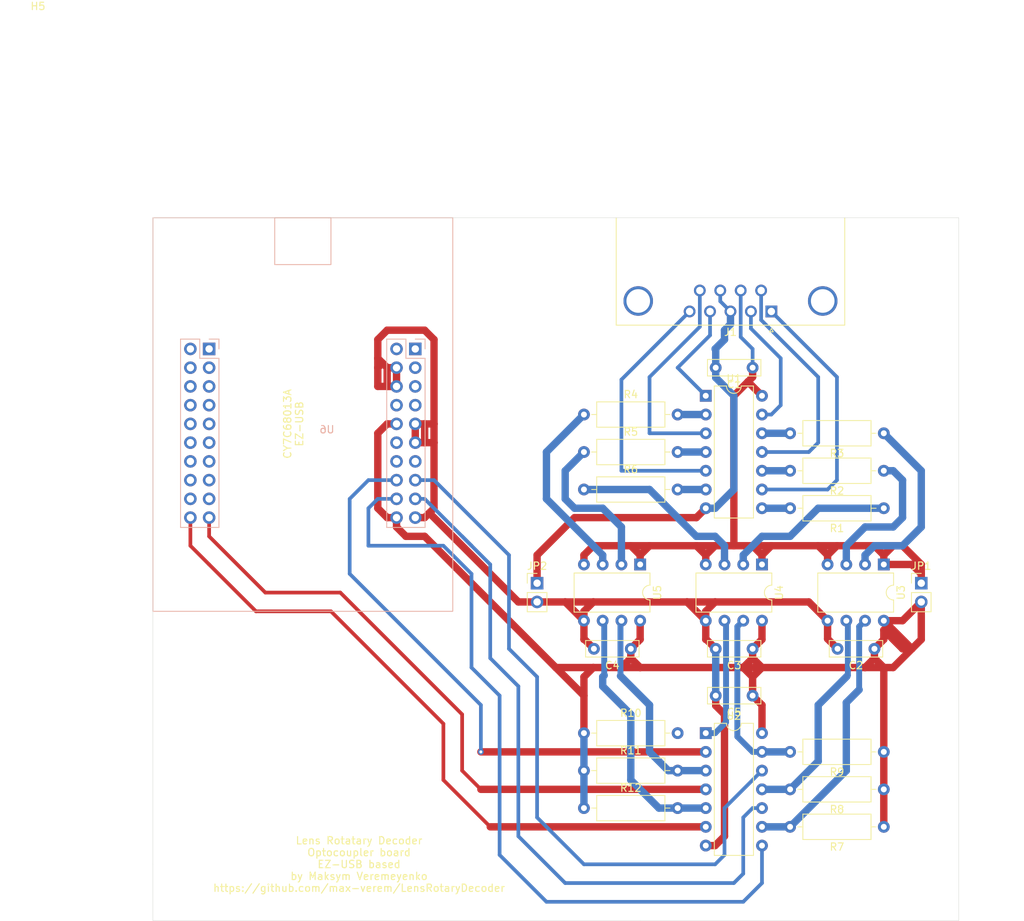
<source format=kicad_pcb>
(kicad_pcb (version 20211014) (generator pcbnew)
  (layers (0 "F.Cu" signal) (31 "B.Cu" signal) (34 "B.Paste" user) (35 "F.Paste" user) (36 "B.SilkS" user "B.Silkscreen") (37 "F.SilkS" user "F.Silkscreen") (38 "B.Mask" user) (39 "F.Mask" user) (44 "Edge.Cuts" user))
  (net 0 "")
  (net 1 "/PWR")
  (net 2 "Net-(C2-Pad1)")
  (net 3 "/GND")
  (net 4 "Net-(C2-Pad2)")
  (net 6 "/ZOOM_A")
  (net 7 "/FOCUS_B")
  (net 8 "/IRIS_A")
  (net 9 "/ZOOM_B")
  (net 10 "/FOCUS_A")
  (net 11 "Net-(R1-Pad1)")
  (net 12 "Net-(R1-Pad2)")
  (net 13 "Net-(R2-Pad2)")
  (net 14 "Net-(R2-Pad1)")
  (net 15 "Net-(R3-Pad1)")
  (net 16 "Net-(R3-Pad2)")
  (net 17 "Net-(R4-Pad2)")
  (net 18 "Net-(R4-Pad1)")
  (net 19 "Net-(R5-Pad1)")
  (net 20 "Net-(R5-Pad2)")
  (net 21 "Net-(R6-Pad2)")
  (net 22 "Net-(R6-Pad1)")
  (net 23 "Net-(R7-Pad2)")
  (net 24 "Net-(R8-Pad2)")
  (net 25 "Net-(R9-Pad2)")
  (net 26 "Net-(R10-Pad2)")
  (net 27 "Net-(R11-Pad2)")
  (net 28 "Net-(R12-Pad2)")
  (net 29 "/IRIS_B")
  (net 30 "/OUT_ZOOM_B")
  (net 31 "/OUT_IRIS_B")
  (net 32 "/OUT_IRIS_A")
  (net 33 "/OUT_FOCUS_B")
  (net 34 "/OUT_FOCUS_A")
  (net 35 "/OUT_ZOOM_A")
  (footprint "Capacitor_THT:C_Rect_L7.0mm_W2.0mm_P5.00mm" (layer "F.Cu") (at 100.33 86.36 180)
    (fp_text reference "C3")
    (fp_text value "100nF")
  )
  (footprint "Capacitor_THT:C_Rect_L7.0mm_W2.0mm_P5.00mm" (layer "F.Cu") (at 100.33 92.71 180)
    (fp_text reference "C5")
    (fp_text value "100nF")
  )
  (footprint "Connector_Dsub:DSUB-9_Male_Horizontal_P2.77x2.84mm_EdgePinOffset9.90mm_Housed_MountingHolesOffset11.32mm" (layer "F.Cu") (at 102.87 40.64 180)
    (fp_text reference "J1")
    (fp_text value "DB9_Male_MountingHoles")
  )
  (footprint "Connector_PinHeader_2.54mm:PinHeader_1x02_P2.54mm_Vertical" (layer "F.Cu") (at 123.19 77.47)
    (fp_text reference "JP1")
    (fp_text value "Jumper_2_Open")
  )
  (footprint "Connector_PinHeader_2.54mm:PinHeader_1x02_P2.54mm_Vertical" (layer "F.Cu") (at 71.12 77.47)
    (fp_text reference "JP2")
    (fp_text value "Jumper_2_Open")
  )
  (footprint "Resistor_THT:R_Axial_DIN0309_L9.0mm_D3.2mm_P12.70mm_Horizontal" (layer "F.Cu") (at 118.11 67.31 180)
    (fp_text reference "R1")
    (fp_text value "360")
  )
  (footprint "Resistor_THT:R_Axial_DIN0309_L9.0mm_D3.2mm_P12.70mm_Horizontal" (layer "F.Cu") (at 118.11 62.23 180)
    (fp_text reference "R2")
    (fp_text value "360")
  )
  (footprint "Resistor_THT:R_Axial_DIN0309_L9.0mm_D3.2mm_P12.70mm_Horizontal" (layer "F.Cu") (at 118.11 57.15 180)
    (fp_text reference "R3")
    (fp_text value "360")
  )
  (footprint "Resistor_THT:R_Axial_DIN0309_L9.0mm_D3.2mm_P12.70mm_Horizontal" (layer "F.Cu") (at 77.47 54.61)
    (fp_text reference "R4")
    (fp_text value "360")
  )
  (footprint "Resistor_THT:R_Axial_DIN0309_L9.0mm_D3.2mm_P12.70mm_Horizontal" (layer "F.Cu") (at 77.47 59.69)
    (fp_text reference "R5")
    (fp_text value "360")
  )
  (footprint "Resistor_THT:R_Axial_DIN0309_L9.0mm_D3.2mm_P12.70mm_Horizontal" (layer "F.Cu") (at 77.47 64.77)
    (fp_text reference "R6")
    (fp_text value "360")
  )
  (footprint "Resistor_THT:R_Axial_DIN0309_L9.0mm_D3.2mm_P12.70mm_Horizontal" (layer "F.Cu") (at 118.11 105.41 180)
    (fp_text reference "R8")
    (fp_text value "1k")
  )
  (footprint "Resistor_THT:R_Axial_DIN0309_L9.0mm_D3.2mm_P12.70mm_Horizontal" (layer "F.Cu") (at 118.11 100.33 180)
    (fp_text reference "R9")
    (fp_text value "1k")
  )
  (footprint "Resistor_THT:R_Axial_DIN0309_L9.0mm_D3.2mm_P12.70mm_Horizontal" (layer "F.Cu") (at 77.47 97.79)
    (fp_text reference "R10")
    (fp_text value "1k")
  )
  (footprint "Resistor_THT:R_Axial_DIN0309_L9.0mm_D3.2mm_P12.70mm_Horizontal" (layer "F.Cu") (at 77.47 102.87)
    (fp_text reference "R11")
    (fp_text value "1k")
  )
  (footprint "Resistor_THT:R_Axial_DIN0309_L9.0mm_D3.2mm_P12.70mm_Horizontal" (layer "F.Cu") (at 77.47 107.95)
    (fp_text reference "R12")
    (fp_text value "1k")
  )
  (footprint "Package_DIP:DIP-14_W7.62mm" (layer "F.Cu") (at 93.98 52.07)
    (fp_text reference "U1")
    (fp_text value "74AHC04")
  )
  (footprint "Package_DIP:DIP-14_W7.62mm" (layer "F.Cu") (at 93.98 97.79)
    (fp_text reference "U2")
    (fp_text value "74AHC04")
  )
  (footprint "Package_DIP:DIP-8_W7.62mm" (layer "F.Cu") (at 118.11 74.93 -90)
    (fp_text reference "U3")
    (fp_text value "HCPL-2630")
  )
  (footprint "Package_DIP:DIP-8_W7.62mm" (layer "F.Cu") (at 101.6 74.93 -90)
    (fp_text reference "U4")
    (fp_text value "HCPL-2630")
  )
  (footprint "Package_DIP:DIP-8_W7.62mm" (layer "F.Cu") (at 85.09 74.93 -90)
    (fp_text reference "U5")
    (fp_text value "HCPL-2630")
  )
  (footprint "Capacitor_THT:C_Rect_L7.0mm_W2.0mm_P5.00mm" (layer "F.Cu") (at 100.33 48.26 180)
    (fp_text reference "C1")
    (fp_text value "100nF")
  )
  (footprint "Capacitor_THT:C_Rect_L7.0mm_W2.0mm_P5.00mm" (layer "F.Cu") (at 116.84 86.36 180)
    (fp_text reference "C2")
    (fp_text value "100nF")
  )
  (footprint "Resistor_THT:R_Axial_DIN0309_L9.0mm_D3.2mm_P12.70mm_Horizontal" (layer "F.Cu") (at 118.11 110.49 180)
    (fp_text reference "R7")
    (fp_text value "1k")
  )
  (footprint "Capacitor_THT:C_Rect_L7.0mm_W2.0mm_P5.00mm" (layer "F.Cu") (at 83.82 86.36 180)
    (fp_text reference "C4")
    (fp_text value "100nF")
  )
  (footprint "MountingHole:MountingHole_3.2mm_M3" (layer "F.Cu") (at 22.86 116.84)
    (fp_text reference "H1" hide)
    (fp_text value "MountingHole" hide)
  )
  (footprint "MountingHole:MountingHole_3.2mm_M3" (layer "F.Cu") (at 124.46 31.75)
    (fp_text reference "H2" hide)
    (fp_text value "MountingHole" hide)
  )
  (footprint "MountingHole:MountingHole_3.2mm_M3" (layer "F.Cu") (at 69.85 31.75)
    (fp_text reference "H3" hide)
    (fp_text value "MountingHole" hide)
  )
  (footprint "MountingHole:MountingHole_3.2mm_M3" (layer "F.Cu") (at 124.46 116.84)
    (fp_text reference "H4" hide)
    (fp_text value "MountingHole" hide)
  )
  (footprint "MountingHole:MountingHole_3.2mm_M3" (layer "F.Cu") (at 57.15 33.02)
    (fp_text reference "H6" hide)
    (fp_text value "MountingHole" hide)
  )
  (footprint "MountingHole:MountingHole_3.2mm_M3" (layer "F.Cu") (at 57.15 78.74)
    (fp_text reference "H7" hide)
    (fp_text value "MountingHole" hide)
  )
  (footprint "MountingHole:MountingHole_3.2mm_M3" (layer "F.Cu") (at 22.86 31.75)
    (fp_text reference "H8" hide)
    (fp_text value "MountingHole" hide)
  )
  (footprint "MountingHole:MountingHole_3.2mm_M3" (layer "F.Cu") (at 69.85 68.58)
    (fp_text reference "H9" hide)
    (fp_text value "MountingHole")
  )
  (footprint "MountingHole:MountingHole_3.2mm_M3" (layer "F.Cu") (at 21.59 78.74)
    (fp_text reference "H10" hide)
    (fp_text value "MountingHole" hide)
  )
  (footprint "MountingHole:MountingHole_3.2mm_M3" (layer "F.Cu") (at 3.475 3.475)
    (fp_text reference "H5")
    (fp_text value "MountingHole")
  )
  (footprint "LensRotaryDecoder:CY7C68013A_EZ-USB_FX2LP" (layer "B.Cu") (at 42.64 57.145 180)
    (fp_text reference "U6")
    (fp_text value "CY7C68013A_EZ-USB_FX2LP")
  )
  (gr_line (start 19.05 123.19) (end 19.05 115.57) (layer "Edge.Cuts") (width 0.05))
  (gr_line (start 128.27 123.19) (end 85.09 123.19) (layer "Edge.Cuts") (width 0.05))
  (gr_line (start 128.27 27.94) (end 128.27 123.19) (layer "Edge.Cuts") (width 0.05))
  (gr_line (start 85.09 123.19) (end 19.05 123.19) (layer "Edge.Cuts") (width 0.05))
  (gr_line (start 19.05 27.94) (end 128.27 27.94) (layer "Edge.Cuts") (width 0.05))
  (gr_line (start 19.05 27.94) (end 19.05 115.57) (layer "Edge.Cuts") (width 0.05))
  (gr_text "CY7C68013A\nEZ-USB" (at 38.1 55.88 90) (layer "F.SilkS") (effects (font (size 1 1))))
  (gr_text "Lens Rotatary Decoder\nOptocoupler board\nEZ-USB based\nby Maksym Veremeyenko\nhttps://github.com/max-verem/LensRotaryDecoder\n" (at 46.99 115.57) (layer "F.SilkS") (effects (font (size 1 1))))
  (segment (start 101.6 73.66) (end 102.87 72.39) (width 1) (layer "F.Cu") (net 1))
  (segment (start 93.98 73.66) (end 95.25 72.39) (width 1) (layer "F.Cu") (net 1))
  (segment (start 85.09 73.66) (end 83.82 72.39) (width 1) (layer "F.Cu") (net 1))
  (segment (start 85.09 73.66) (end 86.36 72.39) (width 1) (layer "F.Cu") (net 1))
  (segment (start 100.33 49.53) (end 100.33 48.26) (width 1) (layer "F.Cu") (net 1))
  (segment (start 109.22 72.39) (end 111.76 72.39) (width 1) (layer "F.Cu") (net 1))
  (segment (start 85.09 74.93) (end 85.09 73.66) (width 1) (layer "F.Cu") (net 1))
  (segment (start 119.38 72.39) (end 120.65 72.39) (width 1) (layer "F.Cu") (net 1))
  (segment (start 101.6 52.07) (end 99.695 50.165) (width 1) (layer "F.Cu") (net 1))
  (segment (start 111.76 72.39) (end 116.84 72.39) (width 1) (layer "F.Cu") (net 1))
  (segment (start 121.92 74.93) (end 123.19 76.2) (width 1) (layer "F.Cu") (net 1))
  (segment (start 110.49 74.93) (end 110.49 73.66) (width 1) (layer "F.Cu") (net 1))
  (segment (start 95.25 72.39) (end 97.79 72.39) (width 1) (layer "F.Cu") (net 1))
  (segment (start 110.49 73.66) (end 111.76 72.39) (width 1) (layer "F.Cu") (net 1))
  (segment (start 97.79 72.39) (end 100.33 72.39) (width 1) (layer "F.Cu") (net 1))
  (segment (start 101.6 73.66) (end 100.33 72.39) (width 1) (layer "F.Cu") (net 1))
  (segment (start 101.6 74.93) (end 101.6 73.66) (width 1) (layer "F.Cu") (net 1))
  (segment (start 92.71 72.39) (end 93.98 73.66) (width 1) (layer "F.Cu") (net 1))
  (segment (start 123.19 76.2) (end 123.19 77.47) (width 1) (layer "F.Cu") (net 1))
  (segment (start 77.47 73.66) (end 78.74 72.39) (width 1) (layer "F.Cu") (net 1))
  (segment (start 78.74 72.39) (end 86.36 72.39) (width 1) (layer "F.Cu") (net 1))
  (segment (start 93.98 74.93) (end 93.98 73.66) (width 1) (layer "F.Cu") (net 1))
  (segment (start 97.79 72.39) (end 97.79 52.07) (width 1) (layer "F.Cu") (net 1))
  (segment (start 123.19 74.93) (end 123.19 76.2) (width 1) (layer "F.Cu") (net 1))
  (segment (start 92.71 72.39) (end 95.25 72.39) (width 1) (layer "F.Cu") (net 1))
  (segment (start 109.22 72.39) (end 110.49 73.66) (width 1) (layer "F.Cu") (net 1))
  (segment (start 86.36 72.39) (end 92.71 72.39) (width 1) (layer "F.Cu") (net 1))
  (segment (start 77.47 74.93) (end 77.47 73.66) (width 1) (layer "F.Cu") (net 1))
  (segment (start 102.87 72.39) (end 109.22 72.39) (width 1) (layer "F.Cu") (net 1))
  (segment (start 118.11 74.93) (end 118.11 73.66) (width 1) (layer "F.Cu") (net 1))
  (segment (start 118.11 74.93) (end 121.92 74.93) (width 1) (layer "F.Cu") (net 1))
  (segment (start 100.33 72.39) (end 102.87 72.39) (width 1) (layer "F.Cu") (net 1))
  (segment (start 99.695 50.165) (end 100.33 49.53) (width 1) (layer "F.Cu") (net 1))
  (segment (start 97.79 52.07) (end 99.695 50.165) (width 1) (layer "F.Cu") (net 1))
  (segment (start 120.65 72.39) (end 123.19 74.93) (width 1) (layer "F.Cu") (net 1))
  (segment (start 118.11 73.66) (end 119.38 72.39) (width 1) (layer "F.Cu") (net 1))
  (segment (start 118.11 73.66) (end 116.84 72.39) (width 1) (layer "F.Cu") (net 1))
  (segment (start 116.84 72.39) (end 119.38 72.39) (width 1) (layer "F.Cu") (net 1))
  (segment (start 98.715 44.105) (end 100.33 45.72) (width 0.5) (layer "B.Cu") (net 1))
  (segment (start 100.33 45.72) (end 100.33 48.26) (width 0.5) (layer "B.Cu") (net 1))
  (segment (start 98.715 37.8) (end 98.715 44.105) (width 0.5) (layer "B.Cu") (net 1))
  (segment (start 118.11 88.9) (end 119.38 88.9) (width 1) (layer "F.Cu") (net 2))
  (segment (start 116.84 87.63) (end 115.57 88.9) (width 1) (layer "F.Cu") (net 2))
  (segment (start 52.07 55.88) (end 50.8 55.88) (width 1) (layer "F.Cu") (net 2))
  (segment (start 116.84 87.63) (end 118.11 88.9) (width 1) (layer "F.Cu") (net 2))
  (segment (start 82.55 88.9) (end 85.09 88.9) (width 1) (layer "F.Cu") (net 2))
  (segment (start 100.33 87.63) (end 99.06 88.9) (width 1) (layer "F.Cu") (net 2))
  (segment (start 52.07 68.58) (end 52.07 69.85) (width 1) (layer "F.Cu") (net 2))
  (segment (start 77.47 92.71) (end 77.47 90.17) (width 1) (layer "F.Cu") (net 2))
  (segment (start 83.82 86.36) (end 83.82 87.63) (width 1) (layer "F.Cu") (net 2))
  (segment (start 73.66 88.9) (end 77.47 92.71) (width 1) (layer "F.Cu") (net 2))
  (segment (start 100.33 90.17) (end 101.6 88.9) (width 1) (layer "F.Cu") (net 2))
  (segment (start 119.38 88.9) (end 123.19 85.09) (width 1) (layer "F.Cu") (net 2))
  (segment (start 118.11 105.41) (end 118.11 100.33) (width 1) (layer "F.Cu") (net 2))
  (segment (start 118.11 82.55) (end 121.92 86.36) (width 1) (layer "F.Cu") (net 2))
  (segment (start 82.55 88.9) (end 83.82 87.63) (width 1) (layer "F.Cu") (net 2))
  (segment (start 100.33 92.71) (end 101.6 93.98) (width 1) (layer "F.Cu") (net 2))
  (segment (start 49.53 67.31) (end 50.8 68.58) (width 1) (layer "F.Cu") (net 2))
  (segment (start 85.09 85.09) (end 83.82 86.36) (width 1) (layer "F.Cu") (net 2))
  (segment (start 100.33 90.17) (end 99.06 88.9) (width 1) (layer "F.Cu") (net 2))
  (segment (start 120.65 82.55) (end 123.19 80.01) (width 1) (layer "F.Cu") (net 2))
  (segment (start 101.6 82.55) (end 101.6 85.09) (width 1) (layer "F.Cu") (net 2))
  (segment (start 53.34 71.12) (end 55.88 71.12) (width 1) (layer "F.Cu") (net 2))
  (segment (start 50.8 68.58) (end 52.07 68.58) (width 1) (layer "F.Cu") (net 2))
  (segment (start 118.11 85.09) (end 116.84 86.36) (width 1) (layer "F.Cu") (net 2))
  (segment (start 100.33 87.63) (end 101.6 88.9) (width 1) (layer "F.Cu") (net 2))
  (segment (start 50.8 55.88) (end 49.53 57.15) (width 1) (layer "F.Cu") (net 2))
  (segment (start 78.74 88.9) (end 82.55 88.9) (width 1) (layer "F.Cu") (net 2))
  (segment (start 101.6 85.09) (end 100.33 86.36) (width 1) (layer "F.Cu") (net 2))
  (segment (start 118.11 82.55) (end 120.65 82.55) (width 1) (layer "F.Cu") (net 2))
  (segment (start 118.11 100.33) (end 118.11 88.9) (width 1) (layer "F.Cu") (net 2))
  (segment (start 100.33 86.36) (end 100.33 87.63) (width 1) (layer "F.Cu") (net 2))
  (segment (start 49.53 57.15) (end 49.53 67.31) (width 1) (layer "F.Cu") (net 2))
  (segment (start 121.92 86.36) (end 120.65 86.36) (width 1) (layer "F.Cu") (net 2))
  (segment (start 100.33 91.44) (end 100.33 90.17) (width 1) (layer "F.Cu") (net 2))
  (segment (start 101.6 88.9) (end 115.57 88.9) (width 1) (layer "F.Cu") (net 2))
  (segment (start 118.11 110.49) (end 118.11 105.41) (width 1) (layer "F.Cu") (net 2))
  (segment (start 77.47 90.17) (end 78.74 88.9) (width 1) (layer "F.Cu") (net 2))
  (segment (start 55.88 71.12) (end 73.66 88.9) (width 1) (layer "F.Cu") (net 2))
  (segment (start 118.11 83.82) (end 118.11 85.09) (width 1) (layer "F.Cu") (net 2))
  (segment (start 123.19 85.09) (end 123.19 80.01) (width 1) (layer "F.Cu") (net 2))
  (segment (start 116.84 86.36) (end 116.84 87.63) (width 1) (layer "F.Cu") (net 2))
  (segment (start 120.65 86.36) (end 118.11 83.82) (width 1) (layer "F.Cu") (net 2))
  (segment (start 100.33 92.71) (end 100.33 91.44) (width 1) (layer "F.Cu") (net 2))
  (segment (start 77.47 92.71) (end 77.47 97.79) (width 1) (layer "F.Cu") (net 2))
  (segment (start 85.09 88.9) (end 101.6 88.9) (width 1) (layer "F.Cu") (net 2))
  (segment (start 83.82 87.63) (end 85.09 88.9) (width 1) (layer "F.Cu") (net 2))
  (segment (start 73.66 88.9) (end 78.74 88.9) (width 1) (layer "F.Cu") (net 2))
  (segment (start 52.07 69.85) (end 53.34 71.12) (width 1) (layer "F.Cu") (net 2))
  (segment (start 115.57 88.9) (end 118.11 88.9) (width 1) (layer "F.Cu") (net 2))
  (segment (start 85.09 82.55) (end 85.09 85.09) (width 1) (layer "F.Cu") (net 2))
  (segment (start 101.6 93.98) (end 101.6 97.79) (width 1) (layer "F.Cu") (net 2))
  (segment (start 77.47 97.79) (end 77.47 102.87) (width 1) (layer "B.Cu") (net 2))
  (segment (start 77.47 102.87) (end 77.47 107.95) (width 1) (layer "B.Cu") (net 2))
  (segment (start 71.12 73.66) (end 76.2 68.58) (width 1) (layer "F.Cu") (net 3))
  (segment (start 71.12 77.47) (end 71.12 73.66) (width 1) (layer "F.Cu") (net 3))
  (segment (start 76.2 68.58) (end 92.71 68.58) (width 1) (layer "F.Cu") (net 3))
  (segment (start 92.71 68.58) (end 93.98 67.31) (width 1) (layer "F.Cu") (net 3))
  (segment (start 95.25 45.72) (end 95.33 45.8) (width 1) (layer "B.Cu") (net 3))
  (segment (start 97.79 64.77) (end 97.79 52.07) (width 1) (layer "B.Cu") (net 3))
  (segment (start 97.33 40.64) (end 97.33 42.37) (width 1) (layer "B.Cu") (net 3))
  (segment (start 95.33 49.61) (end 95.33 48.26) (width 1) (layer "B.Cu") (net 3))
  (segment (start 93.98 67.31) (end 95.25 67.31) (width 1) (layer "B.Cu") (net 3))
  (segment (start 95.945 39.255) (end 97.33 40.64) (width 0.5) (layer "B.Cu") (net 3))
  (segment (start 95.25 67.31) (end 97.79 64.77) (width 1) (layer "B.Cu") (net 3))
  (segment (start 95.945 37.8) (end 95.945 39.255) (width 0.5) (layer "B.Cu") (net 3))
  (segment (start 97.33 42.37) (end 96.52 43.18) (width 1) (layer "B.Cu") (net 3))
  (segment (start 97.79 52.07) (end 95.33 49.61) (width 1) (layer "B.Cu") (net 3))
  (segment (start 95.33 45.8) (end 95.33 48.26) (width 1) (layer "B.Cu") (net 3))
  (segment (start 96.52 43.18) (end 96.52 44.45) (width 1) (layer "B.Cu") (net 3))
  (segment (start 96.52 44.45) (end 95.25 45.72) (width 1) (layer "B.Cu") (net 3))
  (segment (start 93.98 82.55) (end 93.98 81.28) (width 1) (layer "F.Cu") (net 4))
  (segment (start 96.52 95.25) (end 96.52 111.76) (width 1) (layer "F.Cu") (net 4))
  (segment (start 49.53 44.45) (end 50.8 43.18) (width 1) (layer "F.Cu") (net 4))
  (segment (start 91.44 80.01) (end 93.98 82.55) (width 1) (layer "F.Cu") (net 4))
  (segment (start 56.515 67.945) (end 55.88 68.58) (width 1) (layer "F.Cu") (net 4))
  (segment (start 50.165 47.625) (end 49.53 46.99) (width 1) (layer "F.Cu") (net 4))
  (segment (start 77.55 85.09) (end 78.82 86.36) (width 1) (layer "F.Cu") (net 4))
  (segment (start 93.98 81.28) (end 95.25 80.01) (width 1) (layer "F.Cu") (net 4))
  (segment (start 55.88 43.18) (end 57.15 44.45) (width 1) (layer "F.Cu") (net 4))
  (segment (start 50.8 48.26) (end 50.8 50.8) (width 1) (layer "F.Cu") (net 4))
  (segment (start 57.15 67.31) (end 56.515 67.945) (width 1) (layer "F.Cu") (net 4))
  (segment (start 94.06 85.09) (end 95.33 86.36) (width 1) (layer "F.Cu") (net 4))
  (segment (start 57.15 44.45) (end 57.15 55.88) (width 1) (layer "F.Cu") (net 4))
  (segment (start 93.98 82.55) (end 93.98 85.09) (width 1) (layer "F.Cu") (net 4))
  (segment (start 49.53 50.8) (end 52.07 50.8) (width 1) (layer "F.Cu") (net 4))
  (segment (start 68.58 80.01) (end 71.12 80.01) (width 1) (layer "F.Cu") (net 4))
  (segment (start 77.47 85.09) (end 77.55 85.09) (width 1) (layer "F.Cu") (net 4))
  (segment (start 78.74 80.01) (end 74.93 80.01) (width 1) (layer "F.Cu") (net 4))
  (segment (start 95.33 92.71) (end 95.33 94.06) (width 1) (layer "F.Cu") (net 4))
  (segment (start 57.15 58.42) (end 55.88 58.42) (width 1) (layer "F.Cu") (net 4))
  (segment (start 49.53 48.26) (end 49.53 46.99) (width 1) (layer "F.Cu") (net 4))
  (segment (start 52.07 48.26) (end 50.8 48.26) (width 1) (layer "F.Cu") (net 4))
  (segment (start 56.515 67.945) (end 68.58 80.01) (width 1) (layer "F.Cu") (net 4))
  (segment (start 55.88 55.88) (end 55.88 58.42) (width 1) (layer "F.Cu") (net 4))
  (segment (start 49.53 46.99) (end 49.53 44.45) (width 1) (layer "F.Cu") (net 4))
  (segment (start 55.88 68.58) (end 54.61 68.58) (width 1) (layer "F.Cu") (net 4))
  (segment (start 74.93 80.01) (end 77.47 82.55) (width 1) (layer "F.Cu") (net 4))
  (segment (start 50.8 50.8) (end 52.07 50.8) (width 1) (layer "F.Cu") (net 4))
  (segment (start 77.47 81.28) (end 78.74 80.01) (width 1) (layer "F.Cu") (net 4))
  (segment (start 91.44 80.01) (end 78.74 80.01) (width 1) (layer "F.Cu") (net 4))
  (segment (start 110.49 82.55) (end 110.49 85.01) (width 1) (layer "F.Cu") (net 4))
  (segment (start 57.15 55.88) (end 57.15 58.42) (width 1) (layer "F.Cu") (net 4))
  (segment (start 55.88 58.42) (end 54.61 58.42) (width 1) (layer "F.Cu") (net 4))
  (segment (start 77.47 82.55) (end 77.47 81.28) (width 1) (layer "F.Cu") (net 4))
  (segment (start 96.52 111.76) (end 95.25 113.03) (width 1) (layer "F.Cu") (net 4))
  (segment (start 50.8 48.26) (end 50.165 47.625) (width 1) (layer "F.Cu") (net 4))
  (segment (start 107.95 80.01) (end 110.49 82.55) (width 1) (layer "F.Cu") (net 4))
  (segment (start 71.12 80.01) (end 74.93 80.01) (width 1) (layer "F.Cu") (net 4))
  (segment (start 93.98 85.09) (end 94.06 85.09) (width 1) (layer "F.Cu") (net 4))
  (segment (start 77.47 82.55) (end 77.47 85.09) (width 1) (layer "F.Cu") (net 4))
  (segment (start 95.25 80.01) (end 107.95 80.01) (width 1) (layer "F.Cu") (net 4))
  (segment (start 110.49 85.01) (end 111.84 86.36) (width 1) (layer "F.Cu") (net 4))
  (segment (start 95.33 94.06) (end 96.52 95.25) (width 1) (layer "F.Cu") (net 4))
  (segment (start 52.07 48.26) (end 52.07 50.8) (width 1) (layer "F.Cu") (net 4))
  (segment (start 50.165 47.625) (end 49.53 48.26) (width 1) (layer "F.Cu") (net 4))
  (segment (start 54.61 55.88) (end 54.61 58.42) (width 1) (layer "F.Cu") (net 4))
  (segment (start 49.53 48.26) (end 49.53 50.8) (width 1) (layer "F.Cu") (net 4))
  (segment (start 91.44 80.01) (end 95.25 80.01) (width 1) (layer "F.Cu") (net 4))
  (segment (start 54.61 55.88) (end 55.88 55.88) (width 1) (layer "F.Cu") (net 4))
  (segment (start 95.25 113.03) (end 93.98 113.03) (width 1) (layer "F.Cu") (net 4))
  (segment (start 55.88 55.88) (end 57.15 55.88) (width 1) (layer "F.Cu") (net 4))
  (segment (start 50.8 43.18) (end 55.88 43.18) (width 1) (layer "F.Cu") (net 4))
  (segment (start 57.15 58.42) (end 57.15 67.31) (width 1) (layer "F.Cu") (net 4))
  (segment (start 95.33 86.36) (end 95.33 92.71) (width 1) (layer "B.Cu") (net 4))
  (segment (start 111.76 63.5) (end 110.49 64.77) (width 0.5) (layer "B.Cu") (net 6))
  (segment (start 102.87 40.64) (end 111.76 49.53) (width 0.5) (layer "B.Cu") (net 6))
  (segment (start 110.49 64.77) (end 101.6 64.77) (width 0.5) (layer "B.Cu") (net 6))
  (segment (start 111.76 49.53) (end 111.76 63.5) (width 0.5) (layer "B.Cu") (net 6))
  (segment (start 100.1 40.64) (end 100.1 42.95) (width 0.5) (layer "B.Cu") (net 7))
  (segment (start 104.14 46.99) (end 104.14 53.34) (width 0.5) (layer "B.Cu") (net 7))
  (segment (start 102.87 54.61) (end 101.6 54.61) (width 0.5) (layer "B.Cu") (net 7))
  (segment (start 100.1 42.95) (end 104.14 46.99) (width 0.5) (layer "B.Cu") (net 7))
  (segment (start 104.14 53.34) (end 102.87 54.61) (width 0.5) (layer "B.Cu") (net 7))
  (segment (start 94.56 43.87) (end 90.17 48.26) (width 0.5) (layer "B.Cu") (net 8))
  (segment (start 94.56 40.64) (end 94.56 43.87) (width 0.5) (layer "B.Cu") (net 8))
  (segment (start 90.17 48.26) (end 93.98 52.07) (width 0.5) (layer "B.Cu") (net 8))
  (segment (start 82.55 62.23) (end 82.55 49.88) (width 0.5) (layer "B.Cu") (net 9))
  (segment (start 82.55 49.88) (end 91.79 40.64) (width 0.5) (layer "B.Cu") (net 9))
  (segment (start 93.98 62.23) (end 82.55 62.23) (width 0.5) (layer "B.Cu") (net 9))
  (segment (start 109.22 58.42) (end 107.95 59.69) (width 0.5) (layer "B.Cu") (net 10))
  (segment (start 107.95 59.69) (end 101.6 59.69) (width 0.5) (layer "B.Cu") (net 10))
  (segment (start 101.485 41.795) (end 109.22 49.53) (width 0.5) (layer "B.Cu") (net 10))
  (segment (start 101.485 37.8) (end 101.485 41.795) (width 0.5) (layer "B.Cu") (net 10))
  (segment (start 109.22 49.53) (end 109.22 58.42) (width 0.5) (layer "B.Cu") (net 10))
  (segment (start 99.06 73.66) (end 99.06 74.93) (width 1) (layer "B.Cu") (net 11))
  (segment (start 109.22 67.31) (end 105.41 71.12) (width 1) (layer "B.Cu") (net 11))
  (segment (start 105.41 71.12) (end 101.6 71.12) (width 1) (layer "B.Cu") (net 11))
  (segment (start 101.6 71.12) (end 99.06 73.66) (width 1) (layer "B.Cu") (net 11))
  (segment (start 118.11 67.31) (end 109.22 67.31) (width 1) (layer "B.Cu") (net 11))
  (segment (start 101.6 67.31) (end 105.41 67.31) (width 1) (layer "B.Cu") (net 12))
  (segment (start 101.6 62.23) (end 105.41 62.23) (width 1) (layer "B.Cu") (net 13))
  (segment (start 120.65 68.58) (end 120.65 63.5) (width 1) (layer "B.Cu") (net 14))
  (segment (start 120.65 63.5) (end 119.38 62.23) (width 1) (layer "B.Cu") (net 14))
  (segment (start 119.38 62.23) (end 118.11 62.23) (width 1) (layer "B.Cu") (net 14))
  (segment (start 113.03 74.93) (end 113.03 72.39) (width 1) (layer "B.Cu") (net 14))
  (segment (start 113.03 72.39) (end 115.57 69.85) (width 1) (layer "B.Cu") (net 14))
  (segment (start 115.57 69.85) (end 119.38 69.85) (width 1) (layer "B.Cu") (net 14))
  (segment (start 119.38 69.85) (end 120.65 68.58) (width 1) (layer "B.Cu") (net 14))
  (segment (start 118.11 57.15) (end 123.19 62.23) (width 1) (layer "B.Cu") (net 15))
  (segment (start 123.19 62.23) (end 123.19 69.85) (width 1) (layer "B.Cu") (net 15))
  (segment (start 115.57 73.66) (end 115.57 74.93) (width 1) (layer "B.Cu") (net 15))
  (segment (start 116.84 72.39) (end 115.57 73.66) (width 1) (layer "B.Cu") (net 15))
  (segment (start 123.19 69.85) (end 120.65 72.39) (width 1) (layer "B.Cu") (net 15))
  (segment (start 120.65 72.39) (end 116.84 72.39) (width 1) (layer "B.Cu") (net 15))
  (segment (start 101.6 57.15) (end 105.41 57.15) (width 1) (layer "B.Cu") (net 16))
  (segment (start 93.98 54.61) (end 90.17 54.61) (width 1) (layer "B.Cu") (net 17))
  (segment (start 77.47 54.61) (end 72.39 59.69) (width 1) (layer "B.Cu") (net 18))
  (segment (start 72.39 66.04) (end 80.01 73.66) (width 1) (layer "B.Cu") (net 18))
  (segment (start 80.01 73.66) (end 80.01 74.93) (width 1) (layer "B.Cu") (net 18))
  (segment (start 72.39 59.69) (end 72.39 66.04) (width 1) (layer "B.Cu") (net 18))
  (segment (start 77.47 59.69) (end 74.93 62.23) (width 1) (layer "B.Cu") (net 19))
  (segment (start 82.55 69.85) (end 82.55 74.93) (width 1) (layer "B.Cu") (net 19))
  (segment (start 74.93 62.23) (end 74.93 66.04) (width 1) (layer "B.Cu") (net 19))
  (segment (start 76.2 67.31) (end 80.01 67.31) (width 1) (layer "B.Cu") (net 19))
  (segment (start 80.01 67.31) (end 82.55 69.85) (width 1) (layer "B.Cu") (net 19))
  (segment (start 74.93 66.04) (end 76.2 67.31) (width 1) (layer "B.Cu") (net 19))
  (segment (start 93.98 59.69) (end 90.17 59.69) (width 1) (layer "B.Cu") (net 20))
  (segment (start 93.98 64.77) (end 90.17 64.77) (width 1) (layer "B.Cu") (net 21))
  (segment (start 77.47 64.77) (end 86.36 64.77) (width 1) (layer "B.Cu") (net 22))
  (segment (start 96.52 72.39) (end 96.52 74.93) (width 1) (layer "B.Cu") (net 22))
  (segment (start 95.25 71.12) (end 96.52 72.39) (width 1) (layer "B.Cu") (net 22))
  (segment (start 86.36 64.77) (end 92.71 71.12) (width 1) (layer "B.Cu") (net 22))
  (segment (start 92.71 71.12) (end 95.25 71.12) (width 1) (layer "B.Cu") (net 22))
  (segment (start 113.03 93.650002) (end 114.770001 91.910001) (width 1) (layer "B.Cu") (net 23))
  (segment (start 115.57 82.55) (end 114.770001 83.349999) (width 0.8) (layer "B.Cu") (net 23))
  (segment (start 105.41 110.49) (end 113.03 102.87) (width 1) (layer "B.Cu") (net 23))
  (segment (start 101.6 110.49) (end 105.41 110.49) (width 1) (layer "B.Cu") (net 23))
  (segment (start 114.770001 83.349999) (end 114.770001 91.910001) (width 0.8) (layer "B.Cu") (net 23))
  (segment (start 113.03 102.87) (end 113.03 93.650002) (width 1) (layer "B.Cu") (net 23))
  (segment (start 109.22 93.98) (end 113.090001 90.109999) (width 1) (layer "B.Cu") (net 24))
  (segment (start 109.22 101.6) (end 109.22 93.98) (width 1) (layer "B.Cu") (net 24))
  (segment (start 113.239511 82.759511) (end 113.239511 89.960489) (width 0.8) (layer "B.Cu") (net 24))
  (segment (start 101.6 105.41) (end 105.41 105.41) (width 1) (layer "B.Cu") (net 24))
  (segment (start 113.03 82.55) (end 113.239511 82.759511) (width 0.8) (layer "B.Cu") (net 24))
  (segment (start 105.41 105.41) (end 109.22 101.6) (width 1) (layer "B.Cu") (net 24))
  (segment (start 113.239511 89.960489) (end 113.090001 90.109999) (width 0.8) (layer "B.Cu") (net 24))
  (segment (start 98.260001 98.260001) (end 100.33 100.33) (width 0.8) (layer "B.Cu") (net 25))
  (segment (start 98.260001 83.349999) (end 98.260001 98.260001) (width 0.8) (layer "B.Cu") (net 25))
  (segment (start 100.33 100.33) (end 101.6 100.33) (width 0.8) (layer "B.Cu") (net 25))
  (segment (start 101.6 100.33) (end 105.41 100.33) (width 1) (layer "B.Cu") (net 25))
  (segment (start 99.06 82.55) (end 98.260001 83.349999) (width 0.8) (layer "B.Cu") (net 25))
  (segment (start 96.52 82.55) (end 96.729511 82.759511) (width 0.8) (layer "B.Cu") (net 26))
  (segment (start 95.25 97.79) (end 93.98 97.79) (width 0.8) (layer "B.Cu") (net 26))
  (segment (start 96.729511 96.310489) (end 95.25 97.79) (width 0.8) (layer "B.Cu") (net 26))
  (segment (start 96.729511 82.759511) (end 96.729511 96.310489) (width 0.8) (layer "B.Cu") (net 26))
  (segment (start 86.36 100.33) (end 88.9 102.87) (width 1) (layer "B.Cu") (net 27))
  (segment (start 86.36 93.98) (end 86.36 100.33) (width 1) (layer "B.Cu") (net 27))
  (segment (start 88.9 102.87) (end 90.17 102.87) (width 1) (layer "B.Cu") (net 27))
  (segment (start 90.17 102.87) (end 93.98 102.87) (width 1) (layer "B.Cu") (net 27))
  (segment (start 82.420489 90.040489) (end 86.36 93.98) (width 1) (layer "B.Cu") (net 27))
  (segment (start 82.420489 82.679511) (end 82.420489 90.040489) (width 0.8) (layer "B.Cu") (net 27))
  (segment (start 82.55 82.55) (end 82.420489 82.679511) (width 0.8) (layer "B.Cu") (net 27))
  (segment (start 80.01 90.17) (end 80.01 91.44) (width 1) (layer "B.Cu") (net 28))
  (segment (start 80.219511 82.759511) (end 80.219511 89.960489) (width 0.8) (layer "B.Cu") (net 28))
  (segment (start 80.01 82.55) (end 80.219511 82.759511) (width 0.8) (layer "B.Cu") (net 28))
  (segment (start 83.82 95.25) (end 83.82 104.14) (width 1) (layer "B.Cu") (net 28))
  (segment (start 90.17 107.95) (end 93.98 107.95) (width 1) (layer "B.Cu") (net 28))
  (segment (start 80.219511 89.960489) (end 80.01 90.17) (width 1) (layer "B.Cu") (net 28))
  (segment (start 80.01 91.44) (end 83.82 95.25) (width 1) (layer "B.Cu") (net 28))
  (segment (start 87.63 107.95) (end 90.17 107.95) (width 1) (layer "B.Cu") (net 28))
  (segment (start 83.82 104.14) (end 87.63 107.95) (width 1) (layer "B.Cu") (net 28))
  (segment (start 93.175 37.8) (end 93.175 42.715) (width 0.5) (layer "B.Cu") (net 29))
  (segment (start 86.36 49.53) (end 86.36 57.15) (width 0.5) (layer "B.Cu") (net 29))
  (segment (start 86.36 57.15) (end 93.98 57.15) (width 0.5) (layer "B.Cu") (net 29))
  (segment (start 93.175 42.715) (end 86.36 49.53) (width 0.5) (layer "B.Cu") (net 29))
  (segment (start 93.98 100.33) (end 63.5 100.33) (width 1) (layer "F.Cu") (net 30))
  (via (at 63.5 100.33) (size 0.8) (drill 0.4) (layers "F.Cu" "B.Cu") (net 30))
  (segment (start 48.26 63.5) (end 52.07 63.5) (width 0.5) (layer "B.Cu") (net 30))
  (segment (start 63.5 100.33) (end 63.5 93.98) (width 0.5) (layer "B.Cu") (net 30))
  (segment (start 45.72 76.2) (end 45.72 66.04) (width 0.5) (layer "B.Cu") (net 30))
  (segment (start 45.72 66.04) (end 48.26 63.5) (width 0.5) (layer "B.Cu") (net 30))
  (segment (start 63.5 93.98) (end 45.72 76.2) (width 0.5) (layer "B.Cu") (net 30))
  (segment (start 44.45 78.74) (end 60.96 95.25) (width 0.5) (layer "F.Cu") (net 31))
  (segment (start 93.98 105.41) (end 63.5 105.41) (width 1) (layer "F.Cu") (net 31))
  (segment (start 60.96 102.87) (end 63.5 105.41) (width 0.5) (layer "F.Cu") (net 31))
  (segment (start 26.67 68.58) (end 26.67 71.12) (width 0.5) (layer "F.Cu") (net 31))
  (segment (start 34.29 78.74) (end 44.45 78.74) (width 0.5) (layer "F.Cu") (net 31))
  (segment (start 60.96 95.25) (end 60.96 102.87) (width 0.5) (layer "F.Cu") (net 31))
  (segment (start 26.67 71.12) (end 34.29 78.74) (width 0.5) (layer "F.Cu") (net 31))
  (segment (start 58.42 96.52) (end 58.42 104.14) (width 0.5) (layer "F.Cu") (net 32))
  (segment (start 43.18 81.28) (end 33.02 81.28) (width 0.5) (layer "F.Cu") (net 32))
  (segment (start 33.02 81.28) (end 26.67 74.93) (width 0.5) (layer "F.Cu") (net 32))
  (segment (start 58.42 104.14) (end 64.77 110.49) (width 0.5) (layer "F.Cu") (net 32))
  (segment (start 24.13 72.39) (end 24.13 68.58) (width 0.5) (layer "F.Cu") (net 32))
  (segment (start 93.98 110.49) (end 64.77 110.49) (width 1) (layer "F.Cu") (net 32))
  (segment (start 43.18 81.28) (end 58.42 96.52) (width 0.5) (layer "F.Cu") (net 32))
  (segment (start 26.67 74.93) (end 24.13 72.39) (width 0.5) (layer "F.Cu") (net 32))
  (segment (start 101.6 113.03) (end 101.6 118.11) (width 0.5) (layer "B.Cu") (net 33))
  (segment (start 101.6 118.11) (end 99.06 120.65) (width 0.5) (layer "B.Cu") (net 33))
  (segment (start 48.26 67.31) (end 49.53 66.04) (width 0.5) (layer "B.Cu") (net 33))
  (segment (start 99.06 120.65) (end 72.39 120.65) (width 0.5) (layer "B.Cu") (net 33))
  (segment (start 58.42 72.39) (end 48.26 72.39) (width 0.5) (layer "B.Cu") (net 33))
  (segment (start 48.26 72.39) (end 48.26 67.31) (width 0.5) (layer "B.Cu") (net 33))
  (segment (start 66.04 114.3) (end 66.04 92.71) (width 0.5) (layer "B.Cu") (net 33))
  (segment (start 62.23 88.9) (end 62.23 76.2) (width 0.5) (layer "B.Cu") (net 33))
  (segment (start 66.04 92.71) (end 62.23 88.9) (width 0.5) (layer "B.Cu") (net 33))
  (segment (start 49.53 66.04) (end 52.07 66.04) (width 0.5) (layer "B.Cu") (net 33))
  (segment (start 62.23 76.2) (end 58.42 72.39) (width 0.5) (layer "B.Cu") (net 33))
  (segment (start 72.39 120.65) (end 66.04 114.3) (width 0.5) (layer "B.Cu") (net 33))
  (segment (start 100.33 107.95) (end 99.06 109.22) (width 0.5) (layer "B.Cu") (net 34))
  (segment (start 68.58 91.44) (end 64.77 87.63) (width 0.5) (layer "B.Cu") (net 34))
  (segment (start 54.61 66.04) (end 55.88 66.04) (width 0.5) (layer "B.Cu") (net 34))
  (segment (start 62.23 72.39) (end 60.96 71.12) (width 0.5) (layer "B.Cu") (net 34))
  (segment (start 74.93 118.11) (end 68.58 111.76) (width 0.5) (layer "B.Cu") (net 34))
  (segment (start 68.58 111.76) (end 68.58 91.44) (width 0.5) (layer "B.Cu") (net 34))
  (segment (start 64.77 87.63) (end 64.77 74.93) (width 0.5) (layer "B.Cu") (net 34))
  (segment (start 97.79 118.11) (end 74.93 118.11) (width 0.5) (layer "B.Cu") (net 34))
  (segment (start 55.88 66.04) (end 62.23 72.39) (width 0.5) (layer "B.Cu") (net 34))
  (segment (start 99.06 116.84) (end 97.79 118.11) (width 0.5) (layer "B.Cu") (net 34))
  (segment (start 99.06 109.22) (end 99.06 116.84) (width 0.5) (layer "B.Cu") (net 34))
  (segment (start 64.77 74.93) (end 62.23 72.39) (width 0.5) (layer "B.Cu") (net 34))
  (segment (start 101.6 107.95) (end 100.33 107.95) (width 0.5) (layer "B.Cu") (net 34))
  (segment (start 101.6 102.87) (end 96.52 107.95) (width 0.5) (layer "B.Cu") (net 35))
  (segment (start 96.52 114.3) (end 95.25 115.57) (width 0.5) (layer "B.Cu") (net 35))
  (segment (start 54.61 63.5) (end 55.88 63.5) (width 0.5) (layer "B.Cu") (net 35))
  (segment (start 96.52 107.95) (end 96.52 114.3) (width 0.5) (layer "B.Cu") (net 35))
  (segment (start 71.12 90.17) (end 67.31 86.36) (width 0.5) (layer "B.Cu") (net 35))
  (segment (start 67.31 86.36) (end 67.31 73.66) (width 0.5) (layer "B.Cu") (net 35))
  (segment (start 67.31 73.66) (end 57.15 63.5) (width 0.5) (layer "B.Cu") (net 35))
  (segment (start 57.15 63.5) (end 54.61 63.5) (width 0.5) (layer "B.Cu") (net 35))
  (segment (start 71.12 109.22) (end 71.12 90.17) (width 0.5) (layer "B.Cu") (net 35))
  (segment (start 77.47 115.57) (end 71.12 109.22) (width 0.5) (layer "B.Cu") (net 35))
  (segment (start 95.25 115.57) (end 77.47 115.57) (width 0.5) (layer "B.Cu") (net 35))
)
</source>
